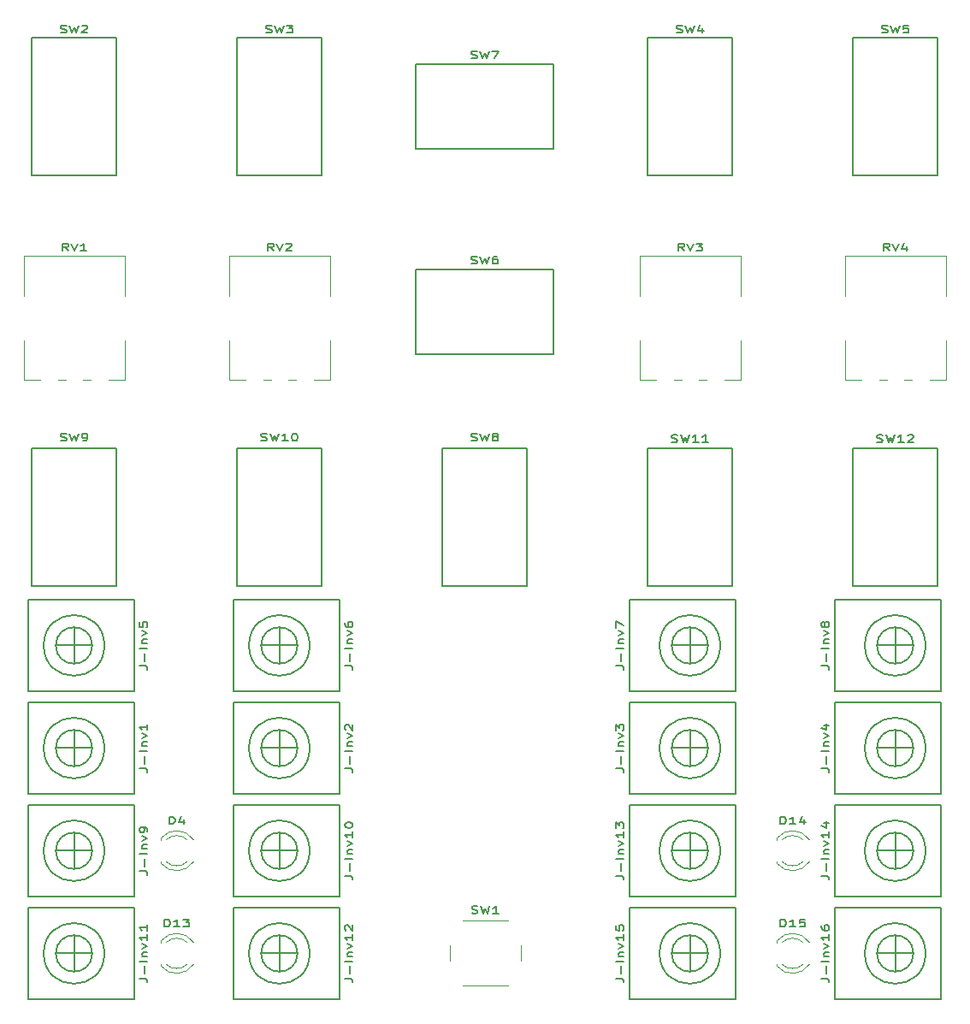
<source format=gbr>
G04 #@! TF.GenerationSoftware,KiCad,Pcbnew,5.0.0-fee4fd1~66~ubuntu16.04.1*
G04 #@! TF.CreationDate,2018-12-26T20:43:45+08:00*
G04 #@! TF.ProjectId,Sequencer,53657175656E6365722E6B696361645F,rev?*
G04 #@! TF.SameCoordinates,PX8d9e880PY6424e28*
G04 #@! TF.FileFunction,Legend,Top*
G04 #@! TF.FilePolarity,Positive*
%FSLAX46Y46*%
G04 Gerber Fmt 4.6, Leading zero omitted, Abs format (unit mm)*
G04 Created by KiCad (PCBNEW 5.0.0-fee4fd1~66~ubuntu16.04.1) date Wed Dec 26 20:43:45 2018*
%MOMM*%
%LPD*%
G01*
G04 APERTURE LIST*
%ADD10C,0.120000*%
%ADD11C,0.150000*%
%ADD12C,0.200000*%
G04 APERTURE END LIST*
D10*
G04 #@! TO.C,SW1*
X-2174560Y-46394320D02*
X2325440Y-46394320D01*
X-3424560Y-42394320D02*
X-3424560Y-43894320D01*
X2325440Y-39894320D02*
X-2174560Y-39894320D01*
X3575440Y-43894320D02*
X3575440Y-42394320D01*
G04 #@! TO.C,D15*
X28920440Y-44260320D02*
X28920440Y-44416320D01*
X28920440Y-41944320D02*
X28920440Y-42100320D01*
X31521570Y-44260157D02*
G75*
G02X29439479Y-44260320I-1041130J1079837D01*
G01*
X31521570Y-42100483D02*
G75*
G03X29439479Y-42100320I-1041130J-1079837D01*
G01*
X32152775Y-44258928D02*
G75*
G02X28920440Y-44415836I-1672335J1078608D01*
G01*
X32152775Y-42101712D02*
G75*
G03X28920440Y-41944804I-1672335J-1078608D01*
G01*
G04 #@! TO.C,D14*
X32152775Y-31941712D02*
G75*
G03X28920440Y-31784804I-1672335J-1078608D01*
G01*
X32152775Y-34098928D02*
G75*
G02X28920440Y-34255836I-1672335J1078608D01*
G01*
X31521570Y-31940483D02*
G75*
G03X29439479Y-31940320I-1041130J-1079837D01*
G01*
X31521570Y-34100157D02*
G75*
G02X29439479Y-34100320I-1041130J1079837D01*
G01*
X28920440Y-31784320D02*
X28920440Y-31940320D01*
X28920440Y-34100320D02*
X28920440Y-34256320D01*
G04 #@! TO.C,D13*
X-32039560Y-44260320D02*
X-32039560Y-44416320D01*
X-32039560Y-41944320D02*
X-32039560Y-42100320D01*
X-29438430Y-44260157D02*
G75*
G02X-31520521Y-44260320I-1041130J1079837D01*
G01*
X-29438430Y-42100483D02*
G75*
G03X-31520521Y-42100320I-1041130J-1079837D01*
G01*
X-28807225Y-44258928D02*
G75*
G02X-32039560Y-44415836I-1672335J1078608D01*
G01*
X-28807225Y-42101712D02*
G75*
G03X-32039560Y-41944804I-1672335J-1078608D01*
G01*
G04 #@! TO.C,D4*
X-28807225Y-31941712D02*
G75*
G03X-32039560Y-31784804I-1672335J-1078608D01*
G01*
X-28807225Y-34098928D02*
G75*
G02X-32039560Y-34255836I-1672335J1078608D01*
G01*
X-29438430Y-31940483D02*
G75*
G03X-31520521Y-31940320I-1041130J-1079837D01*
G01*
X-29438430Y-34100157D02*
G75*
G02X-31520521Y-34100320I-1041130J1079837D01*
G01*
X-32039560Y-31784320D02*
X-32039560Y-31940320D01*
X-32039560Y-34100320D02*
X-32039560Y-34256320D01*
G04 #@! TO.C,RV2*
X-25300560Y13579980D02*
X-25300560Y17516980D01*
X-25300560Y21883980D02*
X-25300560Y25819980D01*
X-15259560Y13579980D02*
X-15259560Y17516980D01*
X-15259560Y21883980D02*
X-15259560Y25819980D01*
X-25300560Y13579980D02*
X-23650560Y13579980D01*
X-21908560Y13579980D02*
X-21149560Y13579980D01*
X-19408560Y13579980D02*
X-18649560Y13579980D01*
X-16909560Y13579980D02*
X-15259560Y13579980D01*
X-25300560Y25819980D02*
X-15259560Y25819980D01*
G04 #@! TO.C,RV3*
X15339440Y25819980D02*
X25380440Y25819980D01*
X23730440Y13579980D02*
X25380440Y13579980D01*
X21231440Y13579980D02*
X21990440Y13579980D01*
X18731440Y13579980D02*
X19490440Y13579980D01*
X15339440Y13579980D02*
X16989440Y13579980D01*
X25380440Y21883980D02*
X25380440Y25819980D01*
X25380440Y13579980D02*
X25380440Y17516980D01*
X15339440Y21883980D02*
X15339440Y25819980D01*
X15339440Y13579980D02*
X15339440Y17516980D01*
G04 #@! TO.C,RV4*
X35659440Y13579980D02*
X35659440Y17516980D01*
X35659440Y21883980D02*
X35659440Y25819980D01*
X45700440Y13579980D02*
X45700440Y17516980D01*
X45700440Y21883980D02*
X45700440Y25819980D01*
X35659440Y13579980D02*
X37309440Y13579980D01*
X39051440Y13579980D02*
X39810440Y13579980D01*
X41551440Y13579980D02*
X42310440Y13579980D01*
X44050440Y13579980D02*
X45700440Y13579980D01*
X35659440Y25819980D02*
X45700440Y25819980D01*
G04 #@! TO.C,RV1*
X-45620560Y25819980D02*
X-35579560Y25819980D01*
X-37229560Y13579980D02*
X-35579560Y13579980D01*
X-39728560Y13579980D02*
X-38969560Y13579980D01*
X-42228560Y13579980D02*
X-41469560Y13579980D01*
X-45620560Y13579980D02*
X-43970560Y13579980D01*
X-35579560Y21883980D02*
X-35579560Y25819980D01*
X-35579560Y13579980D02*
X-35579560Y17516980D01*
X-45620560Y21883980D02*
X-45620560Y25819980D01*
X-45620560Y13579980D02*
X-45620560Y17516980D01*
D11*
G04 #@! TO.C,J-Inv1*
X-38839560Y-22860320D02*
G75*
G03X-38839560Y-22860320I-1800000J0D01*
G01*
X-37632901Y-22860320D02*
G75*
G03X-37632901Y-22860320I-3006659J0D01*
G01*
X-34639560Y-18360320D02*
X-45139560Y-18360320D01*
X-34639560Y-27360320D02*
X-34639560Y-18360320D01*
X-45139560Y-27360320D02*
X-34639560Y-27360320D01*
X-45139560Y-18360320D02*
X-45139560Y-27360320D01*
X-38839560Y-22860320D02*
X-42439560Y-22860320D01*
X-40639560Y-24660320D02*
X-40639560Y-21060320D01*
G04 #@! TO.C,J-Inv2*
X-20319560Y-24660320D02*
X-20319560Y-21060320D01*
X-18519560Y-22860320D02*
X-22119560Y-22860320D01*
X-24819560Y-18360320D02*
X-24819560Y-27360320D01*
X-24819560Y-27360320D02*
X-14319560Y-27360320D01*
X-14319560Y-27360320D02*
X-14319560Y-18360320D01*
X-14319560Y-18360320D02*
X-24819560Y-18360320D01*
X-17312901Y-22860320D02*
G75*
G03X-17312901Y-22860320I-3006659J0D01*
G01*
X-18519560Y-22860320D02*
G75*
G03X-18519560Y-22860320I-1800000J0D01*
G01*
G04 #@! TO.C,J-Inv3*
X22120440Y-22860320D02*
G75*
G03X22120440Y-22860320I-1800000J0D01*
G01*
X23327099Y-22860320D02*
G75*
G03X23327099Y-22860320I-3006659J0D01*
G01*
X14320440Y-27360320D02*
X24820440Y-27360320D01*
X14320440Y-18360320D02*
X14320440Y-27360320D01*
X24820440Y-18360320D02*
X14320440Y-18360320D01*
X24820440Y-27360320D02*
X24820440Y-18360320D01*
X18520440Y-22860320D02*
X22120440Y-22860320D01*
X20320440Y-21060320D02*
X20320440Y-24660320D01*
G04 #@! TO.C,J-Inv4*
X40640440Y-21060320D02*
X40640440Y-24660320D01*
X38840440Y-22860320D02*
X42440440Y-22860320D01*
X45140440Y-27360320D02*
X45140440Y-18360320D01*
X45140440Y-18360320D02*
X34640440Y-18360320D01*
X34640440Y-18360320D02*
X34640440Y-27360320D01*
X34640440Y-27360320D02*
X45140440Y-27360320D01*
X43647099Y-22860320D02*
G75*
G03X43647099Y-22860320I-3006659J0D01*
G01*
X42440440Y-22860320D02*
G75*
G03X42440440Y-22860320I-1800000J0D01*
G01*
G04 #@! TO.C,J-Inv5*
X-38839560Y-12700320D02*
G75*
G03X-38839560Y-12700320I-1800000J0D01*
G01*
X-37632901Y-12700320D02*
G75*
G03X-37632901Y-12700320I-3006659J0D01*
G01*
X-34639560Y-8200320D02*
X-45139560Y-8200320D01*
X-34639560Y-17200320D02*
X-34639560Y-8200320D01*
X-45139560Y-17200320D02*
X-34639560Y-17200320D01*
X-45139560Y-8200320D02*
X-45139560Y-17200320D01*
X-38839560Y-12700320D02*
X-42439560Y-12700320D01*
X-40639560Y-14500320D02*
X-40639560Y-10900320D01*
G04 #@! TO.C,J-Inv6*
X-20319560Y-14500320D02*
X-20319560Y-10900320D01*
X-18519560Y-12700320D02*
X-22119560Y-12700320D01*
X-24819560Y-8200320D02*
X-24819560Y-17200320D01*
X-24819560Y-17200320D02*
X-14319560Y-17200320D01*
X-14319560Y-17200320D02*
X-14319560Y-8200320D01*
X-14319560Y-8200320D02*
X-24819560Y-8200320D01*
X-17312901Y-12700320D02*
G75*
G03X-17312901Y-12700320I-3006659J0D01*
G01*
X-18519560Y-12700320D02*
G75*
G03X-18519560Y-12700320I-1800000J0D01*
G01*
G04 #@! TO.C,J-Inv7*
X22120440Y-12700320D02*
G75*
G03X22120440Y-12700320I-1800000J0D01*
G01*
X23327099Y-12700320D02*
G75*
G03X23327099Y-12700320I-3006659J0D01*
G01*
X14320440Y-17200320D02*
X24820440Y-17200320D01*
X14320440Y-8200320D02*
X14320440Y-17200320D01*
X24820440Y-8200320D02*
X14320440Y-8200320D01*
X24820440Y-17200320D02*
X24820440Y-8200320D01*
X18520440Y-12700320D02*
X22120440Y-12700320D01*
X20320440Y-10900320D02*
X20320440Y-14500320D01*
G04 #@! TO.C,J-Inv8*
X40640440Y-10900320D02*
X40640440Y-14500320D01*
X38840440Y-12700320D02*
X42440440Y-12700320D01*
X45140440Y-17200320D02*
X45140440Y-8200320D01*
X45140440Y-8200320D02*
X34640440Y-8200320D01*
X34640440Y-8200320D02*
X34640440Y-17200320D01*
X34640440Y-17200320D02*
X45140440Y-17200320D01*
X43647099Y-12700320D02*
G75*
G03X43647099Y-12700320I-3006659J0D01*
G01*
X42440440Y-12700320D02*
G75*
G03X42440440Y-12700320I-1800000J0D01*
G01*
G04 #@! TO.C,J-Inv9*
X-38839560Y-33020320D02*
G75*
G03X-38839560Y-33020320I-1800000J0D01*
G01*
X-37632901Y-33020320D02*
G75*
G03X-37632901Y-33020320I-3006659J0D01*
G01*
X-34639560Y-28520320D02*
X-45139560Y-28520320D01*
X-34639560Y-37520320D02*
X-34639560Y-28520320D01*
X-45139560Y-37520320D02*
X-34639560Y-37520320D01*
X-45139560Y-28520320D02*
X-45139560Y-37520320D01*
X-38839560Y-33020320D02*
X-42439560Y-33020320D01*
X-40639560Y-34820320D02*
X-40639560Y-31220320D01*
G04 #@! TO.C,J-Inv10*
X-20319560Y-34820320D02*
X-20319560Y-31220320D01*
X-18519560Y-33020320D02*
X-22119560Y-33020320D01*
X-24819560Y-28520320D02*
X-24819560Y-37520320D01*
X-24819560Y-37520320D02*
X-14319560Y-37520320D01*
X-14319560Y-37520320D02*
X-14319560Y-28520320D01*
X-14319560Y-28520320D02*
X-24819560Y-28520320D01*
X-17312901Y-33020320D02*
G75*
G03X-17312901Y-33020320I-3006659J0D01*
G01*
X-18519560Y-33020320D02*
G75*
G03X-18519560Y-33020320I-1800000J0D01*
G01*
G04 #@! TO.C,J-Inv11*
X-38839560Y-43180320D02*
G75*
G03X-38839560Y-43180320I-1800000J0D01*
G01*
X-37632901Y-43180320D02*
G75*
G03X-37632901Y-43180320I-3006659J0D01*
G01*
X-34639560Y-38680320D02*
X-45139560Y-38680320D01*
X-34639560Y-47680320D02*
X-34639560Y-38680320D01*
X-45139560Y-47680320D02*
X-34639560Y-47680320D01*
X-45139560Y-38680320D02*
X-45139560Y-47680320D01*
X-38839560Y-43180320D02*
X-42439560Y-43180320D01*
X-40639560Y-44980320D02*
X-40639560Y-41380320D01*
G04 #@! TO.C,J-Inv12*
X-20319560Y-44980320D02*
X-20319560Y-41380320D01*
X-18519560Y-43180320D02*
X-22119560Y-43180320D01*
X-24819560Y-38680320D02*
X-24819560Y-47680320D01*
X-24819560Y-47680320D02*
X-14319560Y-47680320D01*
X-14319560Y-47680320D02*
X-14319560Y-38680320D01*
X-14319560Y-38680320D02*
X-24819560Y-38680320D01*
X-17312901Y-43180320D02*
G75*
G03X-17312901Y-43180320I-3006659J0D01*
G01*
X-18519560Y-43180320D02*
G75*
G03X-18519560Y-43180320I-1800000J0D01*
G01*
G04 #@! TO.C,J-Inv13*
X22120440Y-33020320D02*
G75*
G03X22120440Y-33020320I-1800000J0D01*
G01*
X23327099Y-33020320D02*
G75*
G03X23327099Y-33020320I-3006659J0D01*
G01*
X14320440Y-37520320D02*
X24820440Y-37520320D01*
X14320440Y-28520320D02*
X14320440Y-37520320D01*
X24820440Y-28520320D02*
X14320440Y-28520320D01*
X24820440Y-37520320D02*
X24820440Y-28520320D01*
X18520440Y-33020320D02*
X22120440Y-33020320D01*
X20320440Y-31220320D02*
X20320440Y-34820320D01*
G04 #@! TO.C,J-Inv14*
X40640440Y-31220320D02*
X40640440Y-34820320D01*
X38840440Y-33020320D02*
X42440440Y-33020320D01*
X45140440Y-37520320D02*
X45140440Y-28520320D01*
X45140440Y-28520320D02*
X34640440Y-28520320D01*
X34640440Y-28520320D02*
X34640440Y-37520320D01*
X34640440Y-37520320D02*
X45140440Y-37520320D01*
X43647099Y-33020320D02*
G75*
G03X43647099Y-33020320I-3006659J0D01*
G01*
X42440440Y-33020320D02*
G75*
G03X42440440Y-33020320I-1800000J0D01*
G01*
G04 #@! TO.C,J-Inv15*
X22120440Y-43180320D02*
G75*
G03X22120440Y-43180320I-1800000J0D01*
G01*
X23327099Y-43180320D02*
G75*
G03X23327099Y-43180320I-3006659J0D01*
G01*
X14320440Y-47680320D02*
X24820440Y-47680320D01*
X14320440Y-38680320D02*
X14320440Y-47680320D01*
X24820440Y-38680320D02*
X14320440Y-38680320D01*
X24820440Y-47680320D02*
X24820440Y-38680320D01*
X18520440Y-43180320D02*
X22120440Y-43180320D01*
X20320440Y-41380320D02*
X20320440Y-44980320D01*
G04 #@! TO.C,J-Inv16*
X40640440Y-41380320D02*
X40640440Y-44980320D01*
X38840440Y-43180320D02*
X42440440Y-43180320D01*
X45140440Y-47680320D02*
X45140440Y-38680320D01*
X45140440Y-38680320D02*
X34640440Y-38680320D01*
X34640440Y-38680320D02*
X34640440Y-47680320D01*
X34640440Y-47680320D02*
X45140440Y-47680320D01*
X43647099Y-43180320D02*
G75*
G03X43647099Y-43180320I-3006659J0D01*
G01*
X42440440Y-43180320D02*
G75*
G03X42440440Y-43180320I-1800000J0D01*
G01*
D12*
G04 #@! TO.C,SW12*
X36440440Y-6850320D02*
X44840440Y-6850320D01*
X36440440Y6849680D02*
X36440440Y-6850320D01*
X44840440Y-6850320D02*
X44840440Y6849680D01*
X44840440Y6849680D02*
X36440440Y6849680D01*
G04 #@! TO.C,SW11*
X24520440Y6849680D02*
X16120440Y6849680D01*
X24520440Y-6850320D02*
X24520440Y6849680D01*
X16120440Y6849680D02*
X16120440Y-6850320D01*
X16120440Y-6850320D02*
X24520440Y-6850320D01*
G04 #@! TO.C,SW10*
X-24519560Y-6850320D02*
X-16119560Y-6850320D01*
X-24519560Y6849680D02*
X-24519560Y-6850320D01*
X-16119560Y-6850320D02*
X-16119560Y6849680D01*
X-16119560Y6849680D02*
X-24519560Y6849680D01*
G04 #@! TO.C,SW9*
X-36439560Y6849680D02*
X-44839560Y6849680D01*
X-36439560Y-6850320D02*
X-36439560Y6849680D01*
X-44839560Y6849680D02*
X-44839560Y-6850320D01*
X-44839560Y-6850320D02*
X-36439560Y-6850320D01*
G04 #@! TO.C,SW8*
X-4199560Y-6850320D02*
X4200440Y-6850320D01*
X-4199560Y6849680D02*
X-4199560Y-6850320D01*
X4200440Y-6850320D02*
X4200440Y6849680D01*
X4200440Y6849680D02*
X-4199560Y6849680D01*
G04 #@! TO.C,SW7*
X-6849560Y44839980D02*
X-6849560Y36439980D01*
X6850440Y44839980D02*
X-6849560Y44839980D01*
X-6849560Y36439980D02*
X6850440Y36439980D01*
X6850440Y36439980D02*
X6850440Y44839980D01*
G04 #@! TO.C,SW6*
X6850440Y16119980D02*
X6850440Y24519980D01*
X-6849560Y16119980D02*
X6850440Y16119980D01*
X6850440Y24519980D02*
X-6849560Y24519980D01*
X-6849560Y24519980D02*
X-6849560Y16119980D01*
G04 #@! TO.C,SW5*
X44840440Y47489980D02*
X36440440Y47489980D01*
X44840440Y33789980D02*
X44840440Y47489980D01*
X36440440Y47489980D02*
X36440440Y33789980D01*
X36440440Y33789980D02*
X44840440Y33789980D01*
G04 #@! TO.C,SW4*
X16120440Y33789980D02*
X24520440Y33789980D01*
X16120440Y47489980D02*
X16120440Y33789980D01*
X24520440Y33789980D02*
X24520440Y47489980D01*
X24520440Y47489980D02*
X16120440Y47489980D01*
G04 #@! TO.C,SW3*
X-16119560Y47489980D02*
X-24519560Y47489980D01*
X-16119560Y33789980D02*
X-16119560Y47489980D01*
X-24519560Y47489980D02*
X-24519560Y33789980D01*
X-24519560Y33789980D02*
X-16119560Y33789980D01*
G04 #@! TO.C,SW2*
X-44839560Y33789980D02*
X-36439560Y33789980D01*
X-44839560Y47489980D02*
X-44839560Y33789980D01*
X-36439560Y33789980D02*
X-36439560Y47489980D01*
X-36439560Y47489980D02*
X-44839560Y47489980D01*
G04 #@! TO.C,SW1*
D11*
X-1257894Y-39197891D02*
X-1115037Y-39233605D01*
X-876941Y-39233605D01*
X-781703Y-39197891D01*
X-734084Y-39162177D01*
X-686465Y-39090748D01*
X-686465Y-39019320D01*
X-734084Y-38947891D01*
X-781703Y-38912177D01*
X-876941Y-38876462D01*
X-1067418Y-38840748D01*
X-1162656Y-38805034D01*
X-1210275Y-38769320D01*
X-1257894Y-38697891D01*
X-1257894Y-38626462D01*
X-1210275Y-38555034D01*
X-1162656Y-38519320D01*
X-1067418Y-38483605D01*
X-829322Y-38483605D01*
X-686465Y-38519320D01*
X-353132Y-38483605D02*
X-115037Y-39233605D01*
X75440Y-38697891D01*
X265916Y-39233605D01*
X504011Y-38483605D01*
X1408773Y-39233605D02*
X837344Y-39233605D01*
X1123059Y-39233605D02*
X1123059Y-38483605D01*
X1027820Y-38590748D01*
X932582Y-38662177D01*
X837344Y-38697891D01*
G04 #@! TO.C,D15*
X29266154Y-40559605D02*
X29266154Y-39809605D01*
X29504249Y-39809605D01*
X29647106Y-39845320D01*
X29742344Y-39916748D01*
X29789963Y-39988177D01*
X29837582Y-40131034D01*
X29837582Y-40238177D01*
X29789963Y-40381034D01*
X29742344Y-40452462D01*
X29647106Y-40523891D01*
X29504249Y-40559605D01*
X29266154Y-40559605D01*
X30789963Y-40559605D02*
X30218535Y-40559605D01*
X30504249Y-40559605D02*
X30504249Y-39809605D01*
X30409011Y-39916748D01*
X30313773Y-39988177D01*
X30218535Y-40023891D01*
X31694725Y-39809605D02*
X31218535Y-39809605D01*
X31170916Y-40166748D01*
X31218535Y-40131034D01*
X31313773Y-40095320D01*
X31551868Y-40095320D01*
X31647106Y-40131034D01*
X31694725Y-40166748D01*
X31742344Y-40238177D01*
X31742344Y-40416748D01*
X31694725Y-40488177D01*
X31647106Y-40523891D01*
X31551868Y-40559605D01*
X31313773Y-40559605D01*
X31218535Y-40523891D01*
X31170916Y-40488177D01*
G04 #@! TO.C,D14*
X29266154Y-30399605D02*
X29266154Y-29649605D01*
X29504249Y-29649605D01*
X29647106Y-29685320D01*
X29742344Y-29756748D01*
X29789963Y-29828177D01*
X29837582Y-29971034D01*
X29837582Y-30078177D01*
X29789963Y-30221034D01*
X29742344Y-30292462D01*
X29647106Y-30363891D01*
X29504249Y-30399605D01*
X29266154Y-30399605D01*
X30789963Y-30399605D02*
X30218535Y-30399605D01*
X30504249Y-30399605D02*
X30504249Y-29649605D01*
X30409011Y-29756748D01*
X30313773Y-29828177D01*
X30218535Y-29863891D01*
X31647106Y-29899605D02*
X31647106Y-30399605D01*
X31409011Y-29613891D02*
X31170916Y-30149605D01*
X31789963Y-30149605D01*
G04 #@! TO.C,D13*
X-31693846Y-40559605D02*
X-31693846Y-39809605D01*
X-31455751Y-39809605D01*
X-31312894Y-39845320D01*
X-31217656Y-39916748D01*
X-31170037Y-39988177D01*
X-31122418Y-40131034D01*
X-31122418Y-40238177D01*
X-31170037Y-40381034D01*
X-31217656Y-40452462D01*
X-31312894Y-40523891D01*
X-31455751Y-40559605D01*
X-31693846Y-40559605D01*
X-30170037Y-40559605D02*
X-30741465Y-40559605D01*
X-30455751Y-40559605D02*
X-30455751Y-39809605D01*
X-30550989Y-39916748D01*
X-30646227Y-39988177D01*
X-30741465Y-40023891D01*
X-29836703Y-39809605D02*
X-29217656Y-39809605D01*
X-29550989Y-40095320D01*
X-29408132Y-40095320D01*
X-29312894Y-40131034D01*
X-29265275Y-40166748D01*
X-29217656Y-40238177D01*
X-29217656Y-40416748D01*
X-29265275Y-40488177D01*
X-29312894Y-40523891D01*
X-29408132Y-40559605D01*
X-29693846Y-40559605D01*
X-29789084Y-40523891D01*
X-29836703Y-40488177D01*
G04 #@! TO.C,D4*
X-31217656Y-30399605D02*
X-31217656Y-29649605D01*
X-30979560Y-29649605D01*
X-30836703Y-29685320D01*
X-30741465Y-29756748D01*
X-30693846Y-29828177D01*
X-30646227Y-29971034D01*
X-30646227Y-30078177D01*
X-30693846Y-30221034D01*
X-30741465Y-30292462D01*
X-30836703Y-30363891D01*
X-30979560Y-30399605D01*
X-31217656Y-30399605D01*
X-29789084Y-29899605D02*
X-29789084Y-30399605D01*
X-30027180Y-29613891D02*
X-30265275Y-30149605D01*
X-29646227Y-30149605D01*
G04 #@! TO.C,RV2*
X-20915239Y26330715D02*
X-21248572Y26687858D01*
X-21486667Y26330715D02*
X-21486667Y27080715D01*
X-21105715Y27080715D01*
X-21010477Y27045000D01*
X-20962858Y27009286D01*
X-20915239Y26937858D01*
X-20915239Y26830715D01*
X-20962858Y26759286D01*
X-21010477Y26723572D01*
X-21105715Y26687858D01*
X-21486667Y26687858D01*
X-20629524Y27080715D02*
X-20296191Y26330715D01*
X-19962858Y27080715D01*
X-19677143Y27009286D02*
X-19629524Y27045000D01*
X-19534286Y27080715D01*
X-19296191Y27080715D01*
X-19200953Y27045000D01*
X-19153334Y27009286D01*
X-19105715Y26937858D01*
X-19105715Y26866429D01*
X-19153334Y26759286D01*
X-19724762Y26330715D01*
X-19105715Y26330715D01*
G04 #@! TO.C,RV3*
X19724761Y26330715D02*
X19391428Y26687858D01*
X19153333Y26330715D02*
X19153333Y27080715D01*
X19534285Y27080715D01*
X19629523Y27045000D01*
X19677142Y27009286D01*
X19724761Y26937858D01*
X19724761Y26830715D01*
X19677142Y26759286D01*
X19629523Y26723572D01*
X19534285Y26687858D01*
X19153333Y26687858D01*
X20010476Y27080715D02*
X20343809Y26330715D01*
X20677142Y27080715D01*
X20915238Y27080715D02*
X21534285Y27080715D01*
X21200952Y26795000D01*
X21343809Y26795000D01*
X21439047Y26759286D01*
X21486666Y26723572D01*
X21534285Y26652143D01*
X21534285Y26473572D01*
X21486666Y26402143D01*
X21439047Y26366429D01*
X21343809Y26330715D01*
X21058095Y26330715D01*
X20962857Y26366429D01*
X20915238Y26402143D01*
G04 #@! TO.C,RV4*
X40044761Y26330715D02*
X39711428Y26687858D01*
X39473333Y26330715D02*
X39473333Y27080715D01*
X39854285Y27080715D01*
X39949523Y27045000D01*
X39997142Y27009286D01*
X40044761Y26937858D01*
X40044761Y26830715D01*
X39997142Y26759286D01*
X39949523Y26723572D01*
X39854285Y26687858D01*
X39473333Y26687858D01*
X40330476Y27080715D02*
X40663809Y26330715D01*
X40997142Y27080715D01*
X41759047Y26830715D02*
X41759047Y26330715D01*
X41520952Y27116429D02*
X41282857Y26580715D01*
X41901904Y26580715D01*
G04 #@! TO.C,RV1*
X-41235239Y26330715D02*
X-41568572Y26687858D01*
X-41806667Y26330715D02*
X-41806667Y27080715D01*
X-41425715Y27080715D01*
X-41330477Y27045000D01*
X-41282858Y27009286D01*
X-41235239Y26937858D01*
X-41235239Y26830715D01*
X-41282858Y26759286D01*
X-41330477Y26723572D01*
X-41425715Y26687858D01*
X-41806667Y26687858D01*
X-40949524Y27080715D02*
X-40616191Y26330715D01*
X-40282858Y27080715D01*
X-39425715Y26330715D02*
X-39997143Y26330715D01*
X-39711429Y26330715D02*
X-39711429Y27080715D01*
X-39806667Y26973572D01*
X-39901905Y26902143D01*
X-39997143Y26866429D01*
G04 #@! TO.C,J-Inv1*
X-34150275Y-24884129D02*
X-33614560Y-24884129D01*
X-33507418Y-24931748D01*
X-33435989Y-25026986D01*
X-33400275Y-25169843D01*
X-33400275Y-25265081D01*
X-33685989Y-24407939D02*
X-33685989Y-23646034D01*
X-33400275Y-23169843D02*
X-34150275Y-23169843D01*
X-33900275Y-22693653D02*
X-33400275Y-22693653D01*
X-33828846Y-22693653D02*
X-33864560Y-22646034D01*
X-33900275Y-22550796D01*
X-33900275Y-22407939D01*
X-33864560Y-22312700D01*
X-33793132Y-22265081D01*
X-33400275Y-22265081D01*
X-33900275Y-21884129D02*
X-33400275Y-21646034D01*
X-33900275Y-21407939D01*
X-33400275Y-20503177D02*
X-33400275Y-21074605D01*
X-33400275Y-20788891D02*
X-34150275Y-20788891D01*
X-34043132Y-20884129D01*
X-33971703Y-20979367D01*
X-33935989Y-21074605D01*
G04 #@! TO.C,J-Inv2*
X-13830275Y-24884129D02*
X-13294560Y-24884129D01*
X-13187418Y-24931748D01*
X-13115989Y-25026986D01*
X-13080275Y-25169843D01*
X-13080275Y-25265081D01*
X-13365989Y-24407939D02*
X-13365989Y-23646034D01*
X-13080275Y-23169843D02*
X-13830275Y-23169843D01*
X-13580275Y-22693653D02*
X-13080275Y-22693653D01*
X-13508846Y-22693653D02*
X-13544560Y-22646034D01*
X-13580275Y-22550796D01*
X-13580275Y-22407939D01*
X-13544560Y-22312700D01*
X-13473132Y-22265081D01*
X-13080275Y-22265081D01*
X-13580275Y-21884129D02*
X-13080275Y-21646034D01*
X-13580275Y-21407939D01*
X-13758846Y-21074605D02*
X-13794560Y-21026986D01*
X-13830275Y-20931748D01*
X-13830275Y-20693653D01*
X-13794560Y-20598415D01*
X-13758846Y-20550796D01*
X-13687418Y-20503177D01*
X-13615989Y-20503177D01*
X-13508846Y-20550796D01*
X-13080275Y-21122224D01*
X-13080275Y-20503177D01*
G04 #@! TO.C,J-Inv3*
X13009725Y-24884129D02*
X13545440Y-24884129D01*
X13652582Y-24931748D01*
X13724011Y-25026986D01*
X13759725Y-25169843D01*
X13759725Y-25265081D01*
X13474011Y-24407939D02*
X13474011Y-23646034D01*
X13759725Y-23169843D02*
X13009725Y-23169843D01*
X13259725Y-22693653D02*
X13759725Y-22693653D01*
X13331154Y-22693653D02*
X13295440Y-22646034D01*
X13259725Y-22550796D01*
X13259725Y-22407939D01*
X13295440Y-22312700D01*
X13366868Y-22265081D01*
X13759725Y-22265081D01*
X13259725Y-21884129D02*
X13759725Y-21646034D01*
X13259725Y-21407939D01*
X13009725Y-21122224D02*
X13009725Y-20503177D01*
X13295440Y-20836510D01*
X13295440Y-20693653D01*
X13331154Y-20598415D01*
X13366868Y-20550796D01*
X13438297Y-20503177D01*
X13616868Y-20503177D01*
X13688297Y-20550796D01*
X13724011Y-20598415D01*
X13759725Y-20693653D01*
X13759725Y-20979367D01*
X13724011Y-21074605D01*
X13688297Y-21122224D01*
G04 #@! TO.C,J-Inv4*
X33329725Y-24884129D02*
X33865440Y-24884129D01*
X33972582Y-24931748D01*
X34044011Y-25026986D01*
X34079725Y-25169843D01*
X34079725Y-25265081D01*
X33794011Y-24407939D02*
X33794011Y-23646034D01*
X34079725Y-23169843D02*
X33329725Y-23169843D01*
X33579725Y-22693653D02*
X34079725Y-22693653D01*
X33651154Y-22693653D02*
X33615440Y-22646034D01*
X33579725Y-22550796D01*
X33579725Y-22407939D01*
X33615440Y-22312700D01*
X33686868Y-22265081D01*
X34079725Y-22265081D01*
X33579725Y-21884129D02*
X34079725Y-21646034D01*
X33579725Y-21407939D01*
X33579725Y-20598415D02*
X34079725Y-20598415D01*
X33294011Y-20836510D02*
X33829725Y-21074605D01*
X33829725Y-20455558D01*
G04 #@! TO.C,J-Inv5*
X-34150275Y-14724129D02*
X-33614560Y-14724129D01*
X-33507418Y-14771748D01*
X-33435989Y-14866986D01*
X-33400275Y-15009843D01*
X-33400275Y-15105081D01*
X-33685989Y-14247939D02*
X-33685989Y-13486034D01*
X-33400275Y-13009843D02*
X-34150275Y-13009843D01*
X-33900275Y-12533653D02*
X-33400275Y-12533653D01*
X-33828846Y-12533653D02*
X-33864560Y-12486034D01*
X-33900275Y-12390796D01*
X-33900275Y-12247939D01*
X-33864560Y-12152700D01*
X-33793132Y-12105081D01*
X-33400275Y-12105081D01*
X-33900275Y-11724129D02*
X-33400275Y-11486034D01*
X-33900275Y-11247939D01*
X-34150275Y-10390796D02*
X-34150275Y-10866986D01*
X-33793132Y-10914605D01*
X-33828846Y-10866986D01*
X-33864560Y-10771748D01*
X-33864560Y-10533653D01*
X-33828846Y-10438415D01*
X-33793132Y-10390796D01*
X-33721703Y-10343177D01*
X-33543132Y-10343177D01*
X-33471703Y-10390796D01*
X-33435989Y-10438415D01*
X-33400275Y-10533653D01*
X-33400275Y-10771748D01*
X-33435989Y-10866986D01*
X-33471703Y-10914605D01*
G04 #@! TO.C,J-Inv6*
X-13830275Y-14724129D02*
X-13294560Y-14724129D01*
X-13187418Y-14771748D01*
X-13115989Y-14866986D01*
X-13080275Y-15009843D01*
X-13080275Y-15105081D01*
X-13365989Y-14247939D02*
X-13365989Y-13486034D01*
X-13080275Y-13009843D02*
X-13830275Y-13009843D01*
X-13580275Y-12533653D02*
X-13080275Y-12533653D01*
X-13508846Y-12533653D02*
X-13544560Y-12486034D01*
X-13580275Y-12390796D01*
X-13580275Y-12247939D01*
X-13544560Y-12152700D01*
X-13473132Y-12105081D01*
X-13080275Y-12105081D01*
X-13580275Y-11724129D02*
X-13080275Y-11486034D01*
X-13580275Y-11247939D01*
X-13830275Y-10438415D02*
X-13830275Y-10628891D01*
X-13794560Y-10724129D01*
X-13758846Y-10771748D01*
X-13651703Y-10866986D01*
X-13508846Y-10914605D01*
X-13223132Y-10914605D01*
X-13151703Y-10866986D01*
X-13115989Y-10819367D01*
X-13080275Y-10724129D01*
X-13080275Y-10533653D01*
X-13115989Y-10438415D01*
X-13151703Y-10390796D01*
X-13223132Y-10343177D01*
X-13401703Y-10343177D01*
X-13473132Y-10390796D01*
X-13508846Y-10438415D01*
X-13544560Y-10533653D01*
X-13544560Y-10724129D01*
X-13508846Y-10819367D01*
X-13473132Y-10866986D01*
X-13401703Y-10914605D01*
G04 #@! TO.C,J-Inv7*
X13009725Y-14724129D02*
X13545440Y-14724129D01*
X13652582Y-14771748D01*
X13724011Y-14866986D01*
X13759725Y-15009843D01*
X13759725Y-15105081D01*
X13474011Y-14247939D02*
X13474011Y-13486034D01*
X13759725Y-13009843D02*
X13009725Y-13009843D01*
X13259725Y-12533653D02*
X13759725Y-12533653D01*
X13331154Y-12533653D02*
X13295440Y-12486034D01*
X13259725Y-12390796D01*
X13259725Y-12247939D01*
X13295440Y-12152700D01*
X13366868Y-12105081D01*
X13759725Y-12105081D01*
X13259725Y-11724129D02*
X13759725Y-11486034D01*
X13259725Y-11247939D01*
X13009725Y-10962224D02*
X13009725Y-10295558D01*
X13759725Y-10724129D01*
G04 #@! TO.C,J-Inv8*
X33329725Y-14724129D02*
X33865440Y-14724129D01*
X33972582Y-14771748D01*
X34044011Y-14866986D01*
X34079725Y-15009843D01*
X34079725Y-15105081D01*
X33794011Y-14247939D02*
X33794011Y-13486034D01*
X34079725Y-13009843D02*
X33329725Y-13009843D01*
X33579725Y-12533653D02*
X34079725Y-12533653D01*
X33651154Y-12533653D02*
X33615440Y-12486034D01*
X33579725Y-12390796D01*
X33579725Y-12247939D01*
X33615440Y-12152700D01*
X33686868Y-12105081D01*
X34079725Y-12105081D01*
X33579725Y-11724129D02*
X34079725Y-11486034D01*
X33579725Y-11247939D01*
X33651154Y-10724129D02*
X33615440Y-10819367D01*
X33579725Y-10866986D01*
X33508297Y-10914605D01*
X33472582Y-10914605D01*
X33401154Y-10866986D01*
X33365440Y-10819367D01*
X33329725Y-10724129D01*
X33329725Y-10533653D01*
X33365440Y-10438415D01*
X33401154Y-10390796D01*
X33472582Y-10343177D01*
X33508297Y-10343177D01*
X33579725Y-10390796D01*
X33615440Y-10438415D01*
X33651154Y-10533653D01*
X33651154Y-10724129D01*
X33686868Y-10819367D01*
X33722582Y-10866986D01*
X33794011Y-10914605D01*
X33936868Y-10914605D01*
X34008297Y-10866986D01*
X34044011Y-10819367D01*
X34079725Y-10724129D01*
X34079725Y-10533653D01*
X34044011Y-10438415D01*
X34008297Y-10390796D01*
X33936868Y-10343177D01*
X33794011Y-10343177D01*
X33722582Y-10390796D01*
X33686868Y-10438415D01*
X33651154Y-10533653D01*
G04 #@! TO.C,J-Inv9*
X-34150275Y-35044129D02*
X-33614560Y-35044129D01*
X-33507418Y-35091748D01*
X-33435989Y-35186986D01*
X-33400275Y-35329843D01*
X-33400275Y-35425081D01*
X-33685989Y-34567939D02*
X-33685989Y-33806034D01*
X-33400275Y-33329843D02*
X-34150275Y-33329843D01*
X-33900275Y-32853653D02*
X-33400275Y-32853653D01*
X-33828846Y-32853653D02*
X-33864560Y-32806034D01*
X-33900275Y-32710796D01*
X-33900275Y-32567939D01*
X-33864560Y-32472700D01*
X-33793132Y-32425081D01*
X-33400275Y-32425081D01*
X-33900275Y-32044129D02*
X-33400275Y-31806034D01*
X-33900275Y-31567939D01*
X-33400275Y-31139367D02*
X-33400275Y-30948891D01*
X-33435989Y-30853653D01*
X-33471703Y-30806034D01*
X-33578846Y-30710796D01*
X-33721703Y-30663177D01*
X-34007418Y-30663177D01*
X-34078846Y-30710796D01*
X-34114560Y-30758415D01*
X-34150275Y-30853653D01*
X-34150275Y-31044129D01*
X-34114560Y-31139367D01*
X-34078846Y-31186986D01*
X-34007418Y-31234605D01*
X-33828846Y-31234605D01*
X-33757418Y-31186986D01*
X-33721703Y-31139367D01*
X-33685989Y-31044129D01*
X-33685989Y-30853653D01*
X-33721703Y-30758415D01*
X-33757418Y-30710796D01*
X-33828846Y-30663177D01*
G04 #@! TO.C,J-Inv10*
X-13830275Y-35520320D02*
X-13294560Y-35520320D01*
X-13187418Y-35567939D01*
X-13115989Y-35663177D01*
X-13080275Y-35806034D01*
X-13080275Y-35901272D01*
X-13365989Y-35044129D02*
X-13365989Y-34282224D01*
X-13080275Y-33806034D02*
X-13830275Y-33806034D01*
X-13580275Y-33329843D02*
X-13080275Y-33329843D01*
X-13508846Y-33329843D02*
X-13544560Y-33282224D01*
X-13580275Y-33186986D01*
X-13580275Y-33044129D01*
X-13544560Y-32948891D01*
X-13473132Y-32901272D01*
X-13080275Y-32901272D01*
X-13580275Y-32520320D02*
X-13080275Y-32282224D01*
X-13580275Y-32044129D01*
X-13080275Y-31139367D02*
X-13080275Y-31710796D01*
X-13080275Y-31425081D02*
X-13830275Y-31425081D01*
X-13723132Y-31520320D01*
X-13651703Y-31615558D01*
X-13615989Y-31710796D01*
X-13830275Y-30520320D02*
X-13830275Y-30425081D01*
X-13794560Y-30329843D01*
X-13758846Y-30282224D01*
X-13687418Y-30234605D01*
X-13544560Y-30186986D01*
X-13365989Y-30186986D01*
X-13223132Y-30234605D01*
X-13151703Y-30282224D01*
X-13115989Y-30329843D01*
X-13080275Y-30425081D01*
X-13080275Y-30520320D01*
X-13115989Y-30615558D01*
X-13151703Y-30663177D01*
X-13223132Y-30710796D01*
X-13365989Y-30758415D01*
X-13544560Y-30758415D01*
X-13687418Y-30710796D01*
X-13758846Y-30663177D01*
X-13794560Y-30615558D01*
X-13830275Y-30520320D01*
G04 #@! TO.C,J-Inv11*
X-34150275Y-45680320D02*
X-33614560Y-45680320D01*
X-33507418Y-45727939D01*
X-33435989Y-45823177D01*
X-33400275Y-45966034D01*
X-33400275Y-46061272D01*
X-33685989Y-45204129D02*
X-33685989Y-44442224D01*
X-33400275Y-43966034D02*
X-34150275Y-43966034D01*
X-33900275Y-43489843D02*
X-33400275Y-43489843D01*
X-33828846Y-43489843D02*
X-33864560Y-43442224D01*
X-33900275Y-43346986D01*
X-33900275Y-43204129D01*
X-33864560Y-43108891D01*
X-33793132Y-43061272D01*
X-33400275Y-43061272D01*
X-33900275Y-42680320D02*
X-33400275Y-42442224D01*
X-33900275Y-42204129D01*
X-33400275Y-41299367D02*
X-33400275Y-41870796D01*
X-33400275Y-41585081D02*
X-34150275Y-41585081D01*
X-34043132Y-41680320D01*
X-33971703Y-41775558D01*
X-33935989Y-41870796D01*
X-33400275Y-40346986D02*
X-33400275Y-40918415D01*
X-33400275Y-40632700D02*
X-34150275Y-40632700D01*
X-34043132Y-40727939D01*
X-33971703Y-40823177D01*
X-33935989Y-40918415D01*
G04 #@! TO.C,J-Inv12*
X-13830275Y-45680320D02*
X-13294560Y-45680320D01*
X-13187418Y-45727939D01*
X-13115989Y-45823177D01*
X-13080275Y-45966034D01*
X-13080275Y-46061272D01*
X-13365989Y-45204129D02*
X-13365989Y-44442224D01*
X-13080275Y-43966034D02*
X-13830275Y-43966034D01*
X-13580275Y-43489843D02*
X-13080275Y-43489843D01*
X-13508846Y-43489843D02*
X-13544560Y-43442224D01*
X-13580275Y-43346986D01*
X-13580275Y-43204129D01*
X-13544560Y-43108891D01*
X-13473132Y-43061272D01*
X-13080275Y-43061272D01*
X-13580275Y-42680320D02*
X-13080275Y-42442224D01*
X-13580275Y-42204129D01*
X-13080275Y-41299367D02*
X-13080275Y-41870796D01*
X-13080275Y-41585081D02*
X-13830275Y-41585081D01*
X-13723132Y-41680320D01*
X-13651703Y-41775558D01*
X-13615989Y-41870796D01*
X-13758846Y-40918415D02*
X-13794560Y-40870796D01*
X-13830275Y-40775558D01*
X-13830275Y-40537462D01*
X-13794560Y-40442224D01*
X-13758846Y-40394605D01*
X-13687418Y-40346986D01*
X-13615989Y-40346986D01*
X-13508846Y-40394605D01*
X-13080275Y-40966034D01*
X-13080275Y-40346986D01*
G04 #@! TO.C,J-Inv13*
X13009725Y-35520320D02*
X13545440Y-35520320D01*
X13652582Y-35567939D01*
X13724011Y-35663177D01*
X13759725Y-35806034D01*
X13759725Y-35901272D01*
X13474011Y-35044129D02*
X13474011Y-34282224D01*
X13759725Y-33806034D02*
X13009725Y-33806034D01*
X13259725Y-33329843D02*
X13759725Y-33329843D01*
X13331154Y-33329843D02*
X13295440Y-33282224D01*
X13259725Y-33186986D01*
X13259725Y-33044129D01*
X13295440Y-32948891D01*
X13366868Y-32901272D01*
X13759725Y-32901272D01*
X13259725Y-32520320D02*
X13759725Y-32282224D01*
X13259725Y-32044129D01*
X13759725Y-31139367D02*
X13759725Y-31710796D01*
X13759725Y-31425081D02*
X13009725Y-31425081D01*
X13116868Y-31520320D01*
X13188297Y-31615558D01*
X13224011Y-31710796D01*
X13009725Y-30806034D02*
X13009725Y-30186986D01*
X13295440Y-30520320D01*
X13295440Y-30377462D01*
X13331154Y-30282224D01*
X13366868Y-30234605D01*
X13438297Y-30186986D01*
X13616868Y-30186986D01*
X13688297Y-30234605D01*
X13724011Y-30282224D01*
X13759725Y-30377462D01*
X13759725Y-30663177D01*
X13724011Y-30758415D01*
X13688297Y-30806034D01*
G04 #@! TO.C,J-Inv14*
X33329725Y-35520320D02*
X33865440Y-35520320D01*
X33972582Y-35567939D01*
X34044011Y-35663177D01*
X34079725Y-35806034D01*
X34079725Y-35901272D01*
X33794011Y-35044129D02*
X33794011Y-34282224D01*
X34079725Y-33806034D02*
X33329725Y-33806034D01*
X33579725Y-33329843D02*
X34079725Y-33329843D01*
X33651154Y-33329843D02*
X33615440Y-33282224D01*
X33579725Y-33186986D01*
X33579725Y-33044129D01*
X33615440Y-32948891D01*
X33686868Y-32901272D01*
X34079725Y-32901272D01*
X33579725Y-32520320D02*
X34079725Y-32282224D01*
X33579725Y-32044129D01*
X34079725Y-31139367D02*
X34079725Y-31710796D01*
X34079725Y-31425081D02*
X33329725Y-31425081D01*
X33436868Y-31520320D01*
X33508297Y-31615558D01*
X33544011Y-31710796D01*
X33579725Y-30282224D02*
X34079725Y-30282224D01*
X33294011Y-30520320D02*
X33829725Y-30758415D01*
X33829725Y-30139367D01*
G04 #@! TO.C,J-Inv15*
X13009725Y-45680320D02*
X13545440Y-45680320D01*
X13652582Y-45727939D01*
X13724011Y-45823177D01*
X13759725Y-45966034D01*
X13759725Y-46061272D01*
X13474011Y-45204129D02*
X13474011Y-44442224D01*
X13759725Y-43966034D02*
X13009725Y-43966034D01*
X13259725Y-43489843D02*
X13759725Y-43489843D01*
X13331154Y-43489843D02*
X13295440Y-43442224D01*
X13259725Y-43346986D01*
X13259725Y-43204129D01*
X13295440Y-43108891D01*
X13366868Y-43061272D01*
X13759725Y-43061272D01*
X13259725Y-42680320D02*
X13759725Y-42442224D01*
X13259725Y-42204129D01*
X13759725Y-41299367D02*
X13759725Y-41870796D01*
X13759725Y-41585081D02*
X13009725Y-41585081D01*
X13116868Y-41680320D01*
X13188297Y-41775558D01*
X13224011Y-41870796D01*
X13009725Y-40394605D02*
X13009725Y-40870796D01*
X13366868Y-40918415D01*
X13331154Y-40870796D01*
X13295440Y-40775558D01*
X13295440Y-40537462D01*
X13331154Y-40442224D01*
X13366868Y-40394605D01*
X13438297Y-40346986D01*
X13616868Y-40346986D01*
X13688297Y-40394605D01*
X13724011Y-40442224D01*
X13759725Y-40537462D01*
X13759725Y-40775558D01*
X13724011Y-40870796D01*
X13688297Y-40918415D01*
G04 #@! TO.C,J-Inv16*
X33329725Y-45680320D02*
X33865440Y-45680320D01*
X33972582Y-45727939D01*
X34044011Y-45823177D01*
X34079725Y-45966034D01*
X34079725Y-46061272D01*
X33794011Y-45204129D02*
X33794011Y-44442224D01*
X34079725Y-43966034D02*
X33329725Y-43966034D01*
X33579725Y-43489843D02*
X34079725Y-43489843D01*
X33651154Y-43489843D02*
X33615440Y-43442224D01*
X33579725Y-43346986D01*
X33579725Y-43204129D01*
X33615440Y-43108891D01*
X33686868Y-43061272D01*
X34079725Y-43061272D01*
X33579725Y-42680320D02*
X34079725Y-42442224D01*
X33579725Y-42204129D01*
X34079725Y-41299367D02*
X34079725Y-41870796D01*
X34079725Y-41585081D02*
X33329725Y-41585081D01*
X33436868Y-41680320D01*
X33508297Y-41775558D01*
X33544011Y-41870796D01*
X33329725Y-40442224D02*
X33329725Y-40632700D01*
X33365440Y-40727939D01*
X33401154Y-40775558D01*
X33508297Y-40870796D01*
X33651154Y-40918415D01*
X33936868Y-40918415D01*
X34008297Y-40870796D01*
X34044011Y-40823177D01*
X34079725Y-40727939D01*
X34079725Y-40537462D01*
X34044011Y-40442224D01*
X34008297Y-40394605D01*
X33936868Y-40346986D01*
X33758297Y-40346986D01*
X33686868Y-40394605D01*
X33651154Y-40442224D01*
X33615440Y-40537462D01*
X33615440Y-40727939D01*
X33651154Y-40823177D01*
X33686868Y-40870796D01*
X33758297Y-40918415D01*
G04 #@! TO.C,SW12*
X38830916Y7443109D02*
X38973773Y7407395D01*
X39211868Y7407395D01*
X39307106Y7443109D01*
X39354725Y7478823D01*
X39402344Y7550252D01*
X39402344Y7621680D01*
X39354725Y7693109D01*
X39307106Y7728823D01*
X39211868Y7764538D01*
X39021392Y7800252D01*
X38926154Y7835966D01*
X38878535Y7871680D01*
X38830916Y7943109D01*
X38830916Y8014538D01*
X38878535Y8085966D01*
X38926154Y8121680D01*
X39021392Y8157395D01*
X39259487Y8157395D01*
X39402344Y8121680D01*
X39735678Y8157395D02*
X39973773Y7407395D01*
X40164249Y7943109D01*
X40354725Y7407395D01*
X40592820Y8157395D01*
X41497582Y7407395D02*
X40926154Y7407395D01*
X41211868Y7407395D02*
X41211868Y8157395D01*
X41116630Y8050252D01*
X41021392Y7978823D01*
X40926154Y7943109D01*
X41878535Y8085966D02*
X41926154Y8121680D01*
X42021392Y8157395D01*
X42259487Y8157395D01*
X42354725Y8121680D01*
X42402344Y8085966D01*
X42449963Y8014538D01*
X42449963Y7943109D01*
X42402344Y7835966D01*
X41830916Y7407395D01*
X42449963Y7407395D01*
G04 #@! TO.C,SW11*
X18510916Y7443109D02*
X18653773Y7407395D01*
X18891868Y7407395D01*
X18987106Y7443109D01*
X19034725Y7478823D01*
X19082344Y7550252D01*
X19082344Y7621680D01*
X19034725Y7693109D01*
X18987106Y7728823D01*
X18891868Y7764538D01*
X18701392Y7800252D01*
X18606154Y7835966D01*
X18558535Y7871680D01*
X18510916Y7943109D01*
X18510916Y8014538D01*
X18558535Y8085966D01*
X18606154Y8121680D01*
X18701392Y8157395D01*
X18939487Y8157395D01*
X19082344Y8121680D01*
X19415678Y8157395D02*
X19653773Y7407395D01*
X19844249Y7943109D01*
X20034725Y7407395D01*
X20272820Y8157395D01*
X21177582Y7407395D02*
X20606154Y7407395D01*
X20891868Y7407395D02*
X20891868Y8157395D01*
X20796630Y8050252D01*
X20701392Y7978823D01*
X20606154Y7943109D01*
X22129963Y7407395D02*
X21558535Y7407395D01*
X21844249Y7407395D02*
X21844249Y8157395D01*
X21749011Y8050252D01*
X21653773Y7978823D01*
X21558535Y7943109D01*
G04 #@! TO.C,SW10*
X-22129084Y7570429D02*
X-21986227Y7534715D01*
X-21748132Y7534715D01*
X-21652894Y7570429D01*
X-21605275Y7606143D01*
X-21557656Y7677572D01*
X-21557656Y7749000D01*
X-21605275Y7820429D01*
X-21652894Y7856143D01*
X-21748132Y7891858D01*
X-21938608Y7927572D01*
X-22033846Y7963286D01*
X-22081465Y7999000D01*
X-22129084Y8070429D01*
X-22129084Y8141858D01*
X-22081465Y8213286D01*
X-22033846Y8249000D01*
X-21938608Y8284715D01*
X-21700513Y8284715D01*
X-21557656Y8249000D01*
X-21224322Y8284715D02*
X-20986227Y7534715D01*
X-20795751Y8070429D01*
X-20605275Y7534715D01*
X-20367180Y8284715D01*
X-19462418Y7534715D02*
X-20033846Y7534715D01*
X-19748132Y7534715D02*
X-19748132Y8284715D01*
X-19843370Y8177572D01*
X-19938608Y8106143D01*
X-20033846Y8070429D01*
X-18843370Y8284715D02*
X-18748132Y8284715D01*
X-18652894Y8249000D01*
X-18605275Y8213286D01*
X-18557656Y8141858D01*
X-18510037Y7999000D01*
X-18510037Y7820429D01*
X-18557656Y7677572D01*
X-18605275Y7606143D01*
X-18652894Y7570429D01*
X-18748132Y7534715D01*
X-18843370Y7534715D01*
X-18938608Y7570429D01*
X-18986227Y7606143D01*
X-19033846Y7677572D01*
X-19081465Y7820429D01*
X-19081465Y7999000D01*
X-19033846Y8141858D01*
X-18986227Y8213286D01*
X-18938608Y8249000D01*
X-18843370Y8284715D01*
G04 #@! TO.C,SW9*
X-41973334Y7570429D02*
X-41830477Y7534715D01*
X-41592381Y7534715D01*
X-41497143Y7570429D01*
X-41449524Y7606143D01*
X-41401905Y7677572D01*
X-41401905Y7749000D01*
X-41449524Y7820429D01*
X-41497143Y7856143D01*
X-41592381Y7891858D01*
X-41782858Y7927572D01*
X-41878096Y7963286D01*
X-41925715Y7999000D01*
X-41973334Y8070429D01*
X-41973334Y8141858D01*
X-41925715Y8213286D01*
X-41878096Y8249000D01*
X-41782858Y8284715D01*
X-41544762Y8284715D01*
X-41401905Y8249000D01*
X-41068572Y8284715D02*
X-40830477Y7534715D01*
X-40640000Y8070429D01*
X-40449524Y7534715D01*
X-40211429Y8284715D01*
X-39782858Y7534715D02*
X-39592381Y7534715D01*
X-39497143Y7570429D01*
X-39449524Y7606143D01*
X-39354286Y7713286D01*
X-39306667Y7856143D01*
X-39306667Y8141858D01*
X-39354286Y8213286D01*
X-39401905Y8249000D01*
X-39497143Y8284715D01*
X-39687620Y8284715D01*
X-39782858Y8249000D01*
X-39830477Y8213286D01*
X-39878096Y8141858D01*
X-39878096Y7963286D01*
X-39830477Y7891858D01*
X-39782858Y7856143D01*
X-39687620Y7820429D01*
X-39497143Y7820429D01*
X-39401905Y7856143D01*
X-39354286Y7891858D01*
X-39306667Y7963286D01*
G04 #@! TO.C,SW8*
X-1332894Y7570429D02*
X-1190037Y7534715D01*
X-951941Y7534715D01*
X-856703Y7570429D01*
X-809084Y7606143D01*
X-761465Y7677572D01*
X-761465Y7749000D01*
X-809084Y7820429D01*
X-856703Y7856143D01*
X-951941Y7891858D01*
X-1142418Y7927572D01*
X-1237656Y7963286D01*
X-1285275Y7999000D01*
X-1332894Y8070429D01*
X-1332894Y8141858D01*
X-1285275Y8213286D01*
X-1237656Y8249000D01*
X-1142418Y8284715D01*
X-904322Y8284715D01*
X-761465Y8249000D01*
X-428132Y8284715D02*
X-190037Y7534715D01*
X440Y8070429D01*
X190916Y7534715D01*
X429011Y8284715D01*
X952820Y7963286D02*
X857582Y7999000D01*
X809963Y8034715D01*
X762344Y8106143D01*
X762344Y8141858D01*
X809963Y8213286D01*
X857582Y8249000D01*
X952820Y8284715D01*
X1143297Y8284715D01*
X1238535Y8249000D01*
X1286154Y8213286D01*
X1333773Y8141858D01*
X1333773Y8106143D01*
X1286154Y8034715D01*
X1238535Y7999000D01*
X1143297Y7963286D01*
X952820Y7963286D01*
X857582Y7927572D01*
X809963Y7891858D01*
X762344Y7820429D01*
X762344Y7677572D01*
X809963Y7606143D01*
X857582Y7570429D01*
X952820Y7534715D01*
X1143297Y7534715D01*
X1238535Y7570429D01*
X1286154Y7606143D01*
X1333773Y7677572D01*
X1333773Y7820429D01*
X1286154Y7891858D01*
X1238535Y7927572D01*
X1143297Y7963286D01*
G04 #@! TO.C,SW7*
X-1333334Y45416429D02*
X-1190477Y45380715D01*
X-952381Y45380715D01*
X-857143Y45416429D01*
X-809524Y45452143D01*
X-761905Y45523572D01*
X-761905Y45595000D01*
X-809524Y45666429D01*
X-857143Y45702143D01*
X-952381Y45737858D01*
X-1142858Y45773572D01*
X-1238096Y45809286D01*
X-1285715Y45845000D01*
X-1333334Y45916429D01*
X-1333334Y45987858D01*
X-1285715Y46059286D01*
X-1238096Y46095000D01*
X-1142858Y46130715D01*
X-904762Y46130715D01*
X-761905Y46095000D01*
X-428572Y46130715D02*
X-190477Y45380715D01*
X0Y45916429D01*
X190476Y45380715D01*
X428571Y46130715D01*
X714285Y46130715D02*
X1380952Y46130715D01*
X952380Y45380715D01*
G04 #@! TO.C,SW6*
X-1333334Y25096429D02*
X-1190477Y25060715D01*
X-952381Y25060715D01*
X-857143Y25096429D01*
X-809524Y25132143D01*
X-761905Y25203572D01*
X-761905Y25275000D01*
X-809524Y25346429D01*
X-857143Y25382143D01*
X-952381Y25417858D01*
X-1142858Y25453572D01*
X-1238096Y25489286D01*
X-1285715Y25525000D01*
X-1333334Y25596429D01*
X-1333334Y25667858D01*
X-1285715Y25739286D01*
X-1238096Y25775000D01*
X-1142858Y25810715D01*
X-904762Y25810715D01*
X-761905Y25775000D01*
X-428572Y25810715D02*
X-190477Y25060715D01*
X0Y25596429D01*
X190476Y25060715D01*
X428571Y25810715D01*
X1238095Y25810715D02*
X1047619Y25810715D01*
X952380Y25775000D01*
X904761Y25739286D01*
X809523Y25632143D01*
X761904Y25489286D01*
X761904Y25203572D01*
X809523Y25132143D01*
X857142Y25096429D01*
X952380Y25060715D01*
X1142857Y25060715D01*
X1238095Y25096429D01*
X1285714Y25132143D01*
X1333333Y25203572D01*
X1333333Y25382143D01*
X1285714Y25453572D01*
X1238095Y25489286D01*
X1142857Y25525000D01*
X952380Y25525000D01*
X857142Y25489286D01*
X809523Y25453572D01*
X761904Y25382143D01*
G04 #@! TO.C,SW5*
X39306666Y47956429D02*
X39449523Y47920715D01*
X39687619Y47920715D01*
X39782857Y47956429D01*
X39830476Y47992143D01*
X39878095Y48063572D01*
X39878095Y48135000D01*
X39830476Y48206429D01*
X39782857Y48242143D01*
X39687619Y48277858D01*
X39497142Y48313572D01*
X39401904Y48349286D01*
X39354285Y48385000D01*
X39306666Y48456429D01*
X39306666Y48527858D01*
X39354285Y48599286D01*
X39401904Y48635000D01*
X39497142Y48670715D01*
X39735238Y48670715D01*
X39878095Y48635000D01*
X40211428Y48670715D02*
X40449523Y47920715D01*
X40640000Y48456429D01*
X40830476Y47920715D01*
X41068571Y48670715D01*
X41925714Y48670715D02*
X41449523Y48670715D01*
X41401904Y48313572D01*
X41449523Y48349286D01*
X41544761Y48385000D01*
X41782857Y48385000D01*
X41878095Y48349286D01*
X41925714Y48313572D01*
X41973333Y48242143D01*
X41973333Y48063572D01*
X41925714Y47992143D01*
X41878095Y47956429D01*
X41782857Y47920715D01*
X41544761Y47920715D01*
X41449523Y47956429D01*
X41401904Y47992143D01*
G04 #@! TO.C,SW4*
X18986666Y47956429D02*
X19129523Y47920715D01*
X19367619Y47920715D01*
X19462857Y47956429D01*
X19510476Y47992143D01*
X19558095Y48063572D01*
X19558095Y48135000D01*
X19510476Y48206429D01*
X19462857Y48242143D01*
X19367619Y48277858D01*
X19177142Y48313572D01*
X19081904Y48349286D01*
X19034285Y48385000D01*
X18986666Y48456429D01*
X18986666Y48527858D01*
X19034285Y48599286D01*
X19081904Y48635000D01*
X19177142Y48670715D01*
X19415238Y48670715D01*
X19558095Y48635000D01*
X19891428Y48670715D02*
X20129523Y47920715D01*
X20320000Y48456429D01*
X20510476Y47920715D01*
X20748571Y48670715D01*
X21558095Y48420715D02*
X21558095Y47920715D01*
X21320000Y48706429D02*
X21081904Y48170715D01*
X21700952Y48170715D01*
G04 #@! TO.C,SW3*
X-21653334Y47956429D02*
X-21510477Y47920715D01*
X-21272381Y47920715D01*
X-21177143Y47956429D01*
X-21129524Y47992143D01*
X-21081905Y48063572D01*
X-21081905Y48135000D01*
X-21129524Y48206429D01*
X-21177143Y48242143D01*
X-21272381Y48277858D01*
X-21462858Y48313572D01*
X-21558096Y48349286D01*
X-21605715Y48385000D01*
X-21653334Y48456429D01*
X-21653334Y48527858D01*
X-21605715Y48599286D01*
X-21558096Y48635000D01*
X-21462858Y48670715D01*
X-21224762Y48670715D01*
X-21081905Y48635000D01*
X-20748572Y48670715D02*
X-20510477Y47920715D01*
X-20320000Y48456429D01*
X-20129524Y47920715D01*
X-19891429Y48670715D01*
X-19605715Y48670715D02*
X-18986667Y48670715D01*
X-19320000Y48385000D01*
X-19177143Y48385000D01*
X-19081905Y48349286D01*
X-19034286Y48313572D01*
X-18986667Y48242143D01*
X-18986667Y48063572D01*
X-19034286Y47992143D01*
X-19081905Y47956429D01*
X-19177143Y47920715D01*
X-19462858Y47920715D01*
X-19558096Y47956429D01*
X-19605715Y47992143D01*
G04 #@! TO.C,SW2*
X-41972894Y47956429D02*
X-41830037Y47920715D01*
X-41591941Y47920715D01*
X-41496703Y47956429D01*
X-41449084Y47992143D01*
X-41401465Y48063572D01*
X-41401465Y48135000D01*
X-41449084Y48206429D01*
X-41496703Y48242143D01*
X-41591941Y48277858D01*
X-41782418Y48313572D01*
X-41877656Y48349286D01*
X-41925275Y48385000D01*
X-41972894Y48456429D01*
X-41972894Y48527858D01*
X-41925275Y48599286D01*
X-41877656Y48635000D01*
X-41782418Y48670715D01*
X-41544322Y48670715D01*
X-41401465Y48635000D01*
X-41068132Y48670715D02*
X-40830037Y47920715D01*
X-40639560Y48456429D01*
X-40449084Y47920715D01*
X-40210989Y48670715D01*
X-39877656Y48599286D02*
X-39830037Y48635000D01*
X-39734799Y48670715D01*
X-39496703Y48670715D01*
X-39401465Y48635000D01*
X-39353846Y48599286D01*
X-39306227Y48527858D01*
X-39306227Y48456429D01*
X-39353846Y48349286D01*
X-39925275Y47920715D01*
X-39306227Y47920715D01*
G04 #@! TD*
M02*

</source>
